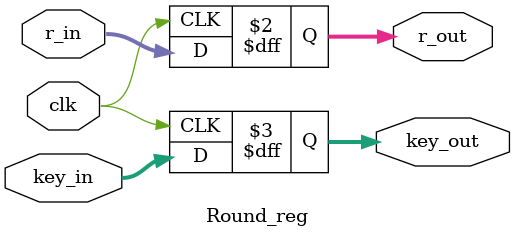
<source format=v>
module Round_reg(
    input clk,
    input [127:0] r_in,
    input [127:0] key_in,
    output reg [127:0] r_out,
    output reg [127:0] key_out
);
always @(posedge clk) begin
    r_out <= r_in;       // Register the round output
    key_out <= key_in;   // Register the key
end
endmodule
</source>
